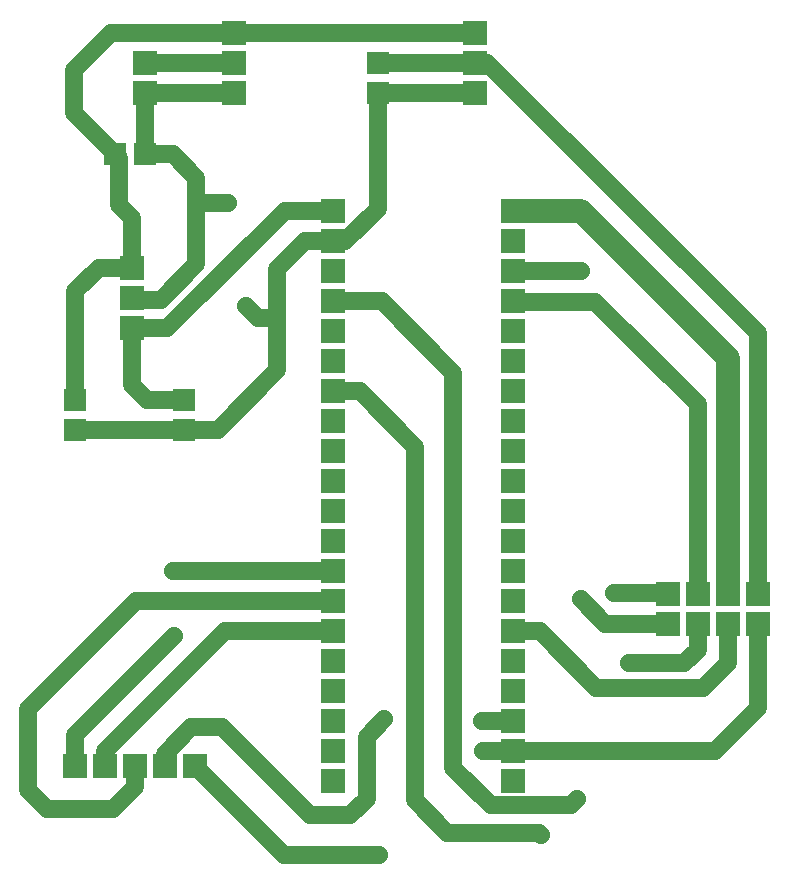
<source format=gbr>
G04 PROTEUS RS274X GERBER FILE*
%FSLAX45Y45*%
%MOMM*%
G01*
%ADD10C,1.524000*%
%ADD11C,2.032000*%
%ADD12C,1.524000*%
%ADD13R,2.032000X2.032000*%
%ADD14R,1.905000X1.905000*%
D10*
X+913440Y+4122880D02*
X+1833440Y+4122880D01*
X+1833440Y+4376880D02*
X+1523440Y+4376880D01*
X+1393440Y+4506880D01*
X+1393440Y+4982880D01*
X+1387440Y+5496880D02*
X+1393440Y+5490880D01*
X+913440Y+4376880D02*
X+913440Y+5296880D01*
X+1113440Y+5496880D01*
X+1387440Y+5496880D01*
X+6690020Y+2483200D02*
X+6690020Y+1764896D01*
X+6326961Y+1401837D01*
X+4618643Y+1401837D01*
X+4617360Y+1403120D01*
X+1393440Y+4982880D02*
X+1689440Y+4982880D01*
X+2685032Y+5978472D01*
X+3090008Y+5978472D01*
X+3093360Y+5975120D01*
X+4293440Y+6976880D02*
X+3473440Y+6976880D01*
X+4293440Y+7230880D02*
X+3473440Y+7230880D01*
X+3473440Y+6976880D02*
X+3473440Y+5996880D01*
X+3197680Y+5721120D01*
X+3093360Y+5721120D01*
X+4293440Y+7230880D02*
X+4400534Y+7230880D01*
X+6690020Y+4941394D01*
X+6690020Y+2737200D01*
X+6182020Y+2737200D02*
X+6182020Y+4338300D01*
X+5313440Y+5206880D01*
X+4623600Y+5206880D01*
X+4617360Y+5213120D01*
X+6436020Y+2483200D02*
X+6436020Y+2149459D01*
X+6223441Y+1936880D01*
X+5323440Y+1936880D01*
X+4843440Y+2416880D01*
X+4621701Y+2416880D01*
X+4598658Y+2439923D01*
X+4617360Y+2419120D01*
X+1393440Y+5490880D02*
X+1393440Y+5916184D01*
X+1280605Y+6029019D01*
X+1280605Y+6425715D01*
X+1249440Y+6456880D01*
X+6182020Y+2483200D02*
X+6182020Y+2261580D01*
X+6069957Y+2149517D01*
X+5602395Y+2149517D01*
X+5160106Y+999567D02*
X+5106553Y+946014D01*
X+4430177Y+946014D01*
X+4113440Y+1262751D01*
X+4113440Y+4606879D01*
X+3507199Y+5213120D01*
X+3093360Y+5213120D01*
X+5928020Y+2483200D02*
X+5398662Y+2483200D01*
X+5191877Y+2689985D01*
X+5193440Y+5466880D02*
X+4617600Y+5466880D01*
X+4617360Y+5467120D01*
X+2620106Y+5066880D02*
X+2457190Y+5066880D01*
X+2353440Y+5170630D01*
X+2207920Y+6043755D02*
X+1977405Y+6043755D01*
X+1937718Y+6083442D01*
X+3093360Y+5721120D02*
X+2857679Y+5721120D01*
X+2620106Y+5483547D01*
X+2620106Y+5066880D01*
X+2620106Y+4626333D01*
X+2116653Y+4122880D01*
X+1833440Y+4122880D01*
X+1503440Y+6456880D02*
X+1737319Y+6456880D01*
X+1937718Y+6256481D01*
X+1937718Y+6083442D01*
X+1937718Y+5523545D01*
X+1634436Y+5220263D01*
X+1410057Y+5220263D01*
X+1393440Y+5236880D01*
X+3093360Y+4451120D02*
X+3319200Y+4451120D01*
X+3791072Y+3979248D01*
X+3791072Y+985256D01*
X+4063440Y+712888D01*
X+4841178Y+712888D01*
X+4859129Y+694937D01*
X+5469447Y+2741296D02*
X+5923924Y+2741296D01*
X+5928020Y+2737200D01*
D11*
X+4617360Y+5975120D02*
X+5193386Y+5975120D01*
X+6436228Y+4732278D01*
X+6436228Y+2737408D01*
X+6436020Y+2737200D01*
D10*
X+1162000Y+1280000D02*
X+1162000Y+1403406D01*
X+2177714Y+2419120D01*
X+3093360Y+2419120D01*
X+3093360Y+2673120D02*
X+1423120Y+2673120D01*
X+510000Y+1760000D01*
X+510000Y+1070000D01*
X+670000Y+910000D01*
X+1229999Y+910000D01*
X+1416000Y+1096001D01*
X+1416000Y+1280000D01*
X+4617360Y+1657120D02*
X+4362003Y+1657120D01*
X+4357679Y+1661444D01*
X+3526749Y+1670887D02*
X+3380000Y+1524138D01*
X+3380000Y+1000000D01*
X+3240000Y+860000D01*
X+2899999Y+860000D01*
X+2155209Y+1604790D01*
X+1893217Y+1604790D01*
X+1670000Y+1381573D01*
X+1670000Y+1280000D01*
X+3093360Y+2927120D02*
X+1741455Y+2927120D01*
X+1739715Y+2925380D01*
X+1745762Y+2375047D02*
X+908000Y+1537285D01*
X+908000Y+1280000D01*
X+4617360Y+1403120D02*
X+4365359Y+1403120D01*
X+4365246Y+1403007D01*
X+3480094Y+524270D02*
X+2679730Y+524270D01*
X+1924000Y+1280000D01*
X+4293440Y+7484880D02*
X+2255440Y+7484880D01*
X+2253440Y+7486880D01*
X+1212485Y+7486880D01*
X+897835Y+7172230D01*
X+897835Y+6808485D01*
X+1249440Y+6456880D01*
X+2253440Y+7232880D02*
X+1502880Y+7232880D01*
X+1500000Y+7230000D01*
X+2253440Y+6978880D02*
X+1502880Y+6978880D01*
X+1500000Y+6976000D01*
X+1500000Y+6460320D01*
X+1503440Y+6456880D01*
D12*
X+5602395Y+2149517D03*
X+5160106Y+999567D03*
X+5191877Y+2689985D03*
X+5193440Y+5466880D03*
X+2353440Y+5170630D03*
X+2207920Y+6043755D03*
X+4859129Y+694937D03*
X+5469447Y+2741296D03*
X+4357679Y+1661444D03*
X+3526749Y+1670887D03*
X+1739715Y+2925380D03*
X+1745762Y+2375047D03*
X+4365246Y+1403007D03*
X+3480094Y+524270D03*
D13*
X+4617360Y+1149120D03*
X+3093360Y+5467120D03*
X+3093360Y+5975120D03*
X+4617360Y+1657120D03*
X+3093360Y+2419120D03*
X+3093360Y+2673120D03*
X+3093360Y+2927120D03*
X+3093360Y+3181120D03*
X+3093360Y+3435120D03*
X+3093360Y+3689120D03*
X+3093360Y+3943120D03*
X+3093360Y+4197120D03*
X+4617360Y+4959120D03*
X+4617360Y+4705120D03*
X+4617360Y+4451120D03*
X+4617360Y+4197120D03*
X+4617360Y+3943120D03*
X+4617360Y+3689120D03*
X+3093360Y+4451120D03*
X+3093360Y+4705120D03*
X+3093360Y+4959120D03*
X+4617360Y+3435120D03*
X+4617360Y+3181120D03*
X+4617360Y+2927120D03*
X+4617360Y+2673120D03*
X+4617360Y+2419120D03*
X+4617360Y+2165120D03*
X+4617360Y+1911120D03*
X+3093360Y+5213120D03*
X+4617360Y+5975120D03*
X+4617360Y+5721120D03*
X+4617360Y+5467120D03*
X+4617360Y+5213120D03*
X+3093360Y+1403120D03*
X+3093360Y+1657120D03*
X+3093360Y+1911120D03*
X+4617360Y+1403120D03*
X+3093360Y+5721120D03*
X+3093360Y+2165120D03*
X+3093360Y+1149120D03*
X+908000Y+1280000D03*
X+1162000Y+1280000D03*
X+1416000Y+1280000D03*
X+1670000Y+1280000D03*
X+1924000Y+1280000D03*
X+6436020Y+2483200D03*
X+6436020Y+2737200D03*
X+6690020Y+2483200D03*
X+5928020Y+2737200D03*
X+5928020Y+2483200D03*
X+6182020Y+2737200D03*
X+6182020Y+2483200D03*
X+6690020Y+2737200D03*
X+1500000Y+6976000D03*
X+1500000Y+7230000D03*
X+2253440Y+6978880D03*
X+2253440Y+7232880D03*
X+2253440Y+7486880D03*
X+1393440Y+5490880D03*
X+1393440Y+5236880D03*
X+1393440Y+4982880D03*
X+4293440Y+6976880D03*
X+4293440Y+7230880D03*
X+4293440Y+7484880D03*
D14*
X+1833440Y+4122880D03*
X+1833440Y+4376880D03*
X+913440Y+4376880D03*
X+913440Y+4122880D03*
X+1249440Y+6456880D03*
X+1503440Y+6456880D03*
X+3473440Y+7230880D03*
X+3473440Y+6976880D03*
M02*

</source>
